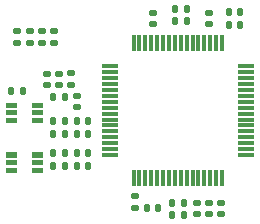
<source format=gbr>
%TF.GenerationSoftware,KiCad,Pcbnew,8.0.2-1*%
%TF.CreationDate,2024-05-16T14:53:04+09:00*%
%TF.ProjectId,eeg,6565672e-6b69-4636-9164-5f7063625858,rev?*%
%TF.SameCoordinates,Original*%
%TF.FileFunction,Paste,Top*%
%TF.FilePolarity,Positive*%
%FSLAX46Y46*%
G04 Gerber Fmt 4.6, Leading zero omitted, Abs format (unit mm)*
G04 Created by KiCad (PCBNEW 8.0.2-1) date 2024-05-16 14:53:04*
%MOMM*%
%LPD*%
G01*
G04 APERTURE LIST*
G04 Aperture macros list*
%AMRoundRect*
0 Rectangle with rounded corners*
0 $1 Rounding radius*
0 $2 $3 $4 $5 $6 $7 $8 $9 X,Y pos of 4 corners*
0 Add a 4 corners polygon primitive as box body*
4,1,4,$2,$3,$4,$5,$6,$7,$8,$9,$2,$3,0*
0 Add four circle primitives for the rounded corners*
1,1,$1+$1,$2,$3*
1,1,$1+$1,$4,$5*
1,1,$1+$1,$6,$7*
1,1,$1+$1,$8,$9*
0 Add four rect primitives between the rounded corners*
20,1,$1+$1,$2,$3,$4,$5,0*
20,1,$1+$1,$4,$5,$6,$7,0*
20,1,$1+$1,$6,$7,$8,$9,0*
20,1,$1+$1,$8,$9,$2,$3,0*%
G04 Aperture macros list end*
%ADD10C,0.010000*%
%ADD11RoundRect,0.140000X0.170000X-0.140000X0.170000X0.140000X-0.170000X0.140000X-0.170000X-0.140000X0*%
%ADD12RoundRect,0.140000X-0.140000X-0.170000X0.140000X-0.170000X0.140000X0.170000X-0.140000X0.170000X0*%
%ADD13RoundRect,0.140000X-0.170000X0.140000X-0.170000X-0.140000X0.170000X-0.140000X0.170000X0.140000X0*%
%ADD14RoundRect,0.135000X-0.135000X-0.185000X0.135000X-0.185000X0.135000X0.185000X-0.135000X0.185000X0*%
%ADD15RoundRect,0.140000X0.140000X0.170000X-0.140000X0.170000X-0.140000X-0.170000X0.140000X-0.170000X0*%
%ADD16R,1.475000X0.300000*%
%ADD17R,0.300000X1.475000*%
%ADD18RoundRect,0.135000X0.185000X-0.135000X0.185000X0.135000X-0.185000X0.135000X-0.185000X-0.135000X0*%
G04 APERTURE END LIST*
D10*
%TO.C,D4*%
X138085000Y-99665000D02*
X137235000Y-99665000D01*
X137235000Y-99315000D01*
X138085000Y-99315000D01*
X138085000Y-99665000D01*
G36*
X138085000Y-99665000D02*
G01*
X137235000Y-99665000D01*
X137235000Y-99315000D01*
X138085000Y-99315000D01*
X138085000Y-99665000D01*
G37*
X138085000Y-100315000D02*
X137235000Y-100315000D01*
X137235000Y-99965000D01*
X138085000Y-99965000D01*
X138085000Y-100315000D01*
G36*
X138085000Y-100315000D02*
G01*
X137235000Y-100315000D01*
X137235000Y-99965000D01*
X138085000Y-99965000D01*
X138085000Y-100315000D01*
G37*
X138085000Y-100965000D02*
X137235000Y-100965000D01*
X137235000Y-100615000D01*
X138085000Y-100615000D01*
X138085000Y-100965000D01*
G36*
X138085000Y-100965000D02*
G01*
X137235000Y-100965000D01*
X137235000Y-100615000D01*
X138085000Y-100615000D01*
X138085000Y-100965000D01*
G37*
X140285000Y-99665000D02*
X139435000Y-99665000D01*
X139435000Y-99315000D01*
X140285000Y-99315000D01*
X140285000Y-99665000D01*
G36*
X140285000Y-99665000D02*
G01*
X139435000Y-99665000D01*
X139435000Y-99315000D01*
X140285000Y-99315000D01*
X140285000Y-99665000D01*
G37*
X140285000Y-100315000D02*
X139435000Y-100315000D01*
X139435000Y-99965000D01*
X140285000Y-99965000D01*
X140285000Y-100315000D01*
G36*
X140285000Y-100315000D02*
G01*
X139435000Y-100315000D01*
X139435000Y-99965000D01*
X140285000Y-99965000D01*
X140285000Y-100315000D01*
G37*
X140285000Y-100965000D02*
X139435000Y-100965000D01*
X139435000Y-100615000D01*
X140285000Y-100615000D01*
X140285000Y-100965000D01*
G36*
X140285000Y-100965000D02*
G01*
X139435000Y-100965000D01*
X139435000Y-100615000D01*
X140285000Y-100615000D01*
X140285000Y-100965000D01*
G37*
%TO.C,D3*%
X138077500Y-103885000D02*
X137227500Y-103885000D01*
X137227500Y-103535000D01*
X138077500Y-103535000D01*
X138077500Y-103885000D01*
G36*
X138077500Y-103885000D02*
G01*
X137227500Y-103885000D01*
X137227500Y-103535000D01*
X138077500Y-103535000D01*
X138077500Y-103885000D01*
G37*
X138077500Y-104535000D02*
X137227500Y-104535000D01*
X137227500Y-104185000D01*
X138077500Y-104185000D01*
X138077500Y-104535000D01*
G36*
X138077500Y-104535000D02*
G01*
X137227500Y-104535000D01*
X137227500Y-104185000D01*
X138077500Y-104185000D01*
X138077500Y-104535000D01*
G37*
X138077500Y-105185000D02*
X137227500Y-105185000D01*
X137227500Y-104835000D01*
X138077500Y-104835000D01*
X138077500Y-105185000D01*
G36*
X138077500Y-105185000D02*
G01*
X137227500Y-105185000D01*
X137227500Y-104835000D01*
X138077500Y-104835000D01*
X138077500Y-105185000D01*
G37*
X140277500Y-103885000D02*
X139427500Y-103885000D01*
X139427500Y-103535000D01*
X140277500Y-103535000D01*
X140277500Y-103885000D01*
G36*
X140277500Y-103885000D02*
G01*
X139427500Y-103885000D01*
X139427500Y-103535000D01*
X140277500Y-103535000D01*
X140277500Y-103885000D01*
G37*
X140277500Y-104535000D02*
X139427500Y-104535000D01*
X139427500Y-104185000D01*
X140277500Y-104185000D01*
X140277500Y-104535000D01*
G36*
X140277500Y-104535000D02*
G01*
X139427500Y-104535000D01*
X139427500Y-104185000D01*
X140277500Y-104185000D01*
X140277500Y-104535000D01*
G37*
X140277500Y-105185000D02*
X139427500Y-105185000D01*
X139427500Y-104835000D01*
X140277500Y-104835000D01*
X140277500Y-105185000D01*
G36*
X140277500Y-105185000D02*
G01*
X139427500Y-105185000D01*
X139427500Y-104835000D01*
X140277500Y-104835000D01*
X140277500Y-105185000D01*
G37*
%TD*%
D11*
%TO.C,C29*%
X141290000Y-94250000D03*
X141290000Y-93290000D03*
%TD*%
D12*
%TO.C,C42*%
X143200000Y-100910000D03*
X144160000Y-100910000D03*
%TD*%
D11*
%TO.C,C35*%
X139195000Y-94250000D03*
X139195000Y-93290000D03*
%TD*%
D13*
%TO.C,C43*%
X143250000Y-98760000D03*
X143250000Y-99720000D03*
%TD*%
D12*
%TO.C,C30*%
X156090000Y-91670000D03*
X157050000Y-91670000D03*
%TD*%
D14*
%TO.C,R6*%
X141200000Y-103610000D03*
X142220000Y-103610000D03*
%TD*%
%TO.C,R10*%
X141200000Y-98860000D03*
X142220000Y-98860000D03*
%TD*%
D15*
%TO.C,C21*%
X152250000Y-108830000D03*
X151290000Y-108830000D03*
%TD*%
D16*
%TO.C,IC3*%
X146012000Y-96250000D03*
X146012000Y-96750000D03*
X146012000Y-97250000D03*
X146012000Y-97750000D03*
X146012000Y-98250000D03*
X146012000Y-98750000D03*
X146012000Y-99250000D03*
X146012000Y-99750000D03*
X146012000Y-100250000D03*
X146012000Y-100750000D03*
X146012000Y-101250000D03*
X146012000Y-101750000D03*
X146012000Y-102250000D03*
X146012000Y-102750000D03*
X146012000Y-103250000D03*
X146012000Y-103750000D03*
D17*
X148000000Y-105738000D03*
X148500000Y-105738000D03*
X149000000Y-105738000D03*
X149500000Y-105738000D03*
X150000000Y-105738000D03*
X150500000Y-105738000D03*
X151000000Y-105738000D03*
X151500000Y-105738000D03*
X152000000Y-105738000D03*
X152500000Y-105738000D03*
X153000000Y-105738000D03*
X153500000Y-105738000D03*
X154000000Y-105738000D03*
X154500000Y-105738000D03*
X155000000Y-105738000D03*
X155500000Y-105738000D03*
D16*
X157488000Y-103750000D03*
X157488000Y-103250000D03*
X157488000Y-102750000D03*
X157488000Y-102250000D03*
X157488000Y-101750000D03*
X157488000Y-101250000D03*
X157488000Y-100750000D03*
X157488000Y-100250000D03*
X157488000Y-99750000D03*
X157488000Y-99250000D03*
X157488000Y-98750000D03*
X157488000Y-98250000D03*
X157488000Y-97750000D03*
X157488000Y-97250000D03*
X157488000Y-96750000D03*
X157488000Y-96250000D03*
D17*
X155500000Y-94262000D03*
X155000000Y-94262000D03*
X154500000Y-94262000D03*
X154000000Y-94262000D03*
X153500000Y-94262000D03*
X153000000Y-94262000D03*
X152500000Y-94262000D03*
X152000000Y-94262000D03*
X151500000Y-94262000D03*
X151000000Y-94262000D03*
X150500000Y-94262000D03*
X150000000Y-94262000D03*
X149500000Y-94262000D03*
X149000000Y-94262000D03*
X148500000Y-94262000D03*
X148000000Y-94262000D03*
%TD*%
D11*
%TO.C,C28*%
X140250000Y-94250000D03*
X140250000Y-93290000D03*
%TD*%
D15*
%TO.C,C33*%
X150110000Y-108280000D03*
X149150000Y-108280000D03*
%TD*%
D18*
%TO.C,R4*%
X142720000Y-97820000D03*
X142720000Y-96800000D03*
%TD*%
D14*
%TO.C,R8*%
X141200000Y-100910000D03*
X142220000Y-100910000D03*
%TD*%
D15*
%TO.C,C25*%
X152490000Y-91370000D03*
X151530000Y-91370000D03*
%TD*%
D13*
%TO.C,C23*%
X153350000Y-107820000D03*
X153350000Y-108780000D03*
%TD*%
D14*
%TO.C,R7*%
X141200000Y-101980000D03*
X142220000Y-101980000D03*
%TD*%
D13*
%TO.C,C27*%
X155440000Y-107820000D03*
X155440000Y-108780000D03*
%TD*%
D11*
%TO.C,C20*%
X141660000Y-97830000D03*
X141660000Y-96870000D03*
%TD*%
D12*
%TO.C,C41*%
X143200000Y-103610000D03*
X144160000Y-103610000D03*
%TD*%
%TO.C,C32*%
X156090000Y-92730000D03*
X157050000Y-92730000D03*
%TD*%
D13*
%TO.C,C24*%
X154390000Y-107820000D03*
X154390000Y-108780000D03*
%TD*%
D11*
%TO.C,C37*%
X138165000Y-94250000D03*
X138165000Y-93290000D03*
%TD*%
D12*
%TO.C,C39*%
X143200000Y-101960000D03*
X144160000Y-101960000D03*
%TD*%
D13*
%TO.C,C40*%
X140640000Y-96860000D03*
X140640000Y-97820000D03*
%TD*%
D15*
%TO.C,C26*%
X152490000Y-92410000D03*
X151530000Y-92410000D03*
%TD*%
D14*
%TO.C,R9*%
X137660000Y-98290000D03*
X138680000Y-98290000D03*
%TD*%
D12*
%TO.C,C22*%
X151290000Y-107840000D03*
X152250000Y-107840000D03*
%TD*%
%TO.C,C38*%
X143200000Y-104660000D03*
X144160000Y-104660000D03*
%TD*%
D11*
%TO.C,C31*%
X148120000Y-108220000D03*
X148120000Y-107260000D03*
%TD*%
%TO.C,C34*%
X154420000Y-92660000D03*
X154420000Y-91700000D03*
%TD*%
D14*
%TO.C,R5*%
X141200000Y-104670000D03*
X142220000Y-104670000D03*
%TD*%
D13*
%TO.C,C36*%
X149620000Y-91710000D03*
X149620000Y-92670000D03*
%TD*%
M02*

</source>
